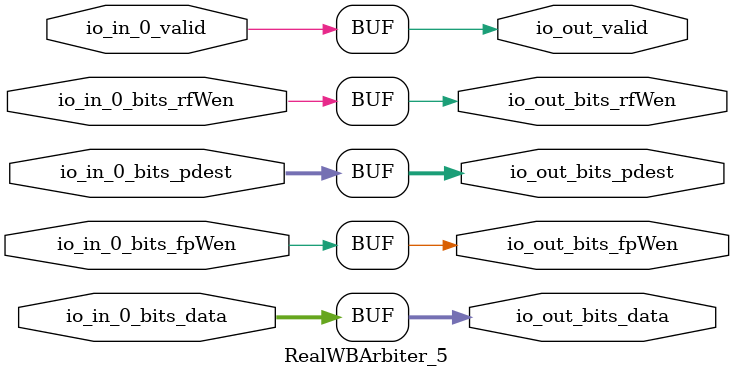
<source format=sv>
`ifndef RANDOMIZE
  `ifdef RANDOMIZE_MEM_INIT
    `define RANDOMIZE
  `endif // RANDOMIZE_MEM_INIT
`endif // not def RANDOMIZE
`ifndef RANDOMIZE
  `ifdef RANDOMIZE_REG_INIT
    `define RANDOMIZE
  `endif // RANDOMIZE_REG_INIT
`endif // not def RANDOMIZE

`ifndef RANDOM
  `define RANDOM $random
`endif // not def RANDOM

// Users can define INIT_RANDOM as general code that gets injected into the
// initializer block for modules with registers.
`ifndef INIT_RANDOM
  `define INIT_RANDOM
`endif // not def INIT_RANDOM

// If using random initialization, you can also define RANDOMIZE_DELAY to
// customize the delay used, otherwise 0.002 is used.
`ifndef RANDOMIZE_DELAY
  `define RANDOMIZE_DELAY 0.002
`endif // not def RANDOMIZE_DELAY

// Define INIT_RANDOM_PROLOG_ for use in our modules below.
`ifndef INIT_RANDOM_PROLOG_
  `ifdef RANDOMIZE
    `ifdef VERILATOR
      `define INIT_RANDOM_PROLOG_ `INIT_RANDOM
    `else  // VERILATOR
      `define INIT_RANDOM_PROLOG_ `INIT_RANDOM #`RANDOMIZE_DELAY begin end
    `endif // VERILATOR
  `else  // RANDOMIZE
    `define INIT_RANDOM_PROLOG_
  `endif // RANDOMIZE
`endif // not def INIT_RANDOM_PROLOG_

// Include register initializers in init blocks unless synthesis is set
`ifndef SYNTHESIS
  `ifndef ENABLE_INITIAL_REG_
    `define ENABLE_INITIAL_REG_
  `endif // not def ENABLE_INITIAL_REG_
`endif // not def SYNTHESIS

// Include rmemory initializers in init blocks unless synthesis is set
`ifndef SYNTHESIS
  `ifndef ENABLE_INITIAL_MEM_
    `define ENABLE_INITIAL_MEM_
  `endif // not def ENABLE_INITIAL_MEM_
`endif // not def SYNTHESIS

module RealWBArbiter_5(
  input         io_in_0_valid,
  input         io_in_0_bits_rfWen,
  input         io_in_0_bits_fpWen,
  input  [7:0]  io_in_0_bits_pdest,
  input  [63:0] io_in_0_bits_data,
  output        io_out_valid,
  output        io_out_bits_rfWen,
  output        io_out_bits_fpWen,
  output [7:0]  io_out_bits_pdest,
  output [63:0] io_out_bits_data
);

  assign io_out_valid = io_in_0_valid;
  assign io_out_bits_rfWen = io_in_0_bits_rfWen;
  assign io_out_bits_fpWen = io_in_0_bits_fpWen;
  assign io_out_bits_pdest = io_in_0_bits_pdest;
  assign io_out_bits_data = io_in_0_bits_data;
endmodule


</source>
